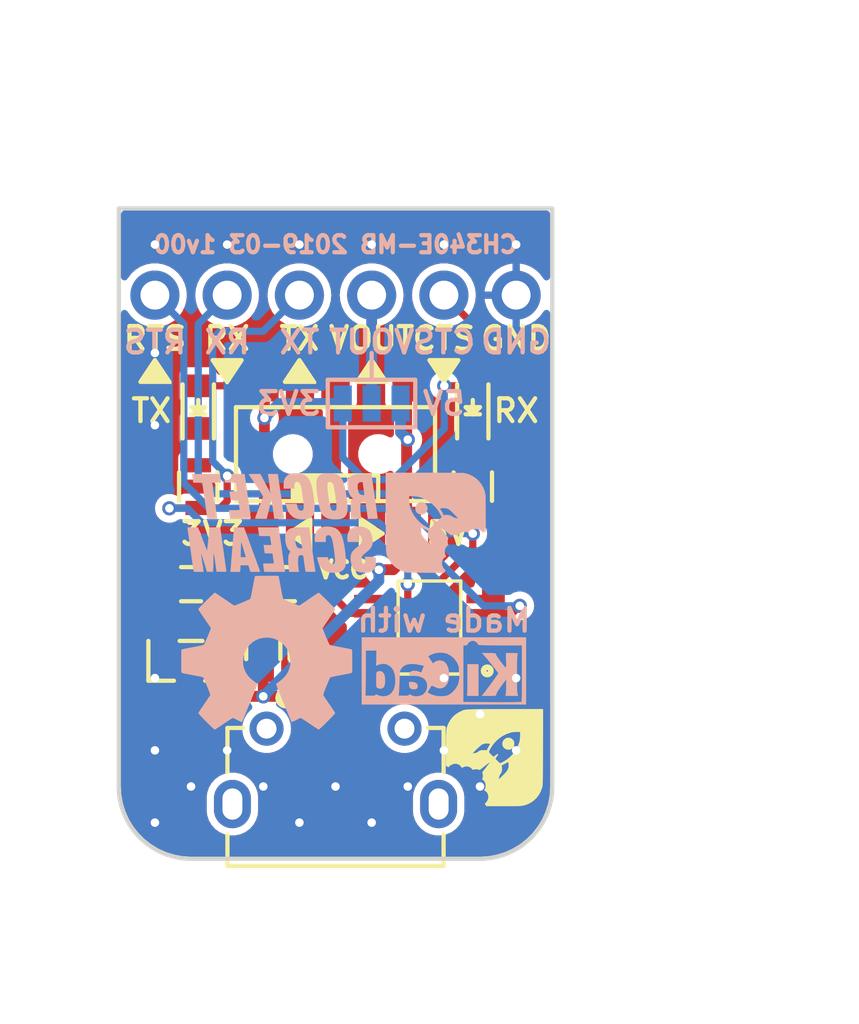
<source format=kicad_pcb>
(kicad_pcb (version 20221018) (generator pcbnew)
  (layers (0 "F.Cu" signal) (31 "B.Cu" signal) (34 "B.Paste" user) (35 "F.Paste" user) (36 "B.SilkS" user "B.Silkscreen") (37 "F.SilkS" user "F.Silkscreen") (38 "B.Mask" user) (39 "F.Mask" user) (44 "Edge.Cuts" user))
  (net 0 "")
  (net 1 "GND")
  (net 2 "3V3")
  (net 3 "5V")
  (net 4 "Net-(J3-Pad3)")
  (net 5 "Net-(D1-Pad1)")
  (net 6 "Net-(D2-Pad1)")
  (net 7 "Net-(J3-Pad2)")
  (net 8 "Net-(J3-Pad1)")
  (net 9 "Net-(J3-Pad5)")
  (net 10 "3V3OUT")
  (net 11 "Net-(J1-Pad3)")
  (net 12 "Net-(J1-Pad2)")
  (net 13 "VCC")
  (net 14 "Net-(U2-Pad6)")
  (net 15 "Net-(J1-Pad9)")
  (net 16 "Net-(J1-Pad8)")
  (net 17 "Net-(J1-Pad7)")
  (net 18 "Net-(J1-Pad6)")
  (net 19 "Net-(J1-Pad4)")
  (net 20 "VOUT")
  (footprint "RocketScreamKiCadLib:SOT-23" (layer "F.Cu") (at 134.62 112.522 180)
    (fp_text reference "U1" hide)
    (fp_text value "MCP1700T-3302E-TT")
    (pad "1" smd rect (at -0.95 1.15 180) (size 0.65 1.05) (layers "F.Cu" "F.Paste" "F.Mask") (net 1 "GND"))
    (pad "2" smd rect (at 0.95 1.15 180) (size 0.65 1.05) (layers "F.Cu" "F.Paste" "F.Mask") (net 2 "3V3"))
    (pad "3" smd rect (at 0 -1.15 180) (size 0.65 1.05) (layers "F.Cu" "F.Paste" "F.Mask") (net 3 "5V"))
  )
  (footprint "RocketScreamKiCadLib:R_0603" (layer "F.Cu") (at 134.874 106.299 -90)
    (fp_text reference "R1" hide)
    (fp_text value "2K2")
    (pad "1" smd rect (at -0.75 0 270) (size 0.5 0.9) (layers "F.Cu" "F.Paste" "F.Mask") (net 5 "Net-(D1-Pad1)"))
    (pad "2" smd rect (at 0.75 0 270) (size 0.5 0.9) (layers "F.Cu" "F.Paste" "F.Mask") (net 4 "Net-(J3-Pad3)"))
  )
  (footprint "RocketScreamKiCadLib:R_0603" (layer "F.Cu") (at 144.526 106.299 -90)
    (fp_text reference "R2" hide)
    (fp_text value "2K2")
    (pad "1" smd rect (at -0.75 0 270) (size 0.5 0.9) (layers "F.Cu" "F.Paste" "F.Mask") (net 6 "Net-(D2-Pad1)"))
    (pad "2" smd rect (at 0.75 0 270) (size 0.5 0.9) (layers "F.Cu" "F.Paste" "F.Mask") (net 7 "Net-(J3-Pad2)"))
  )
  (footprint "RocketScreamKiCadLib:RCP_1x6_Pitch2.54mm_RightAngle" (layer "F.Cu") (at 139.7 99.568)
    (fp_text reference "J3" hide)
    (fp_text value "CONN-HDR-1x6")
    (pad "1" thru_hole oval (at -6.35 0) (size 1.7272 1.7272) (drill 1.016) (layers "*.Cu" "*.Mask") (net 8 "Net-(J3-Pad1)"))
    (pad "2" thru_hole oval (at -3.81 0) (size 1.7272 1.7272) (drill 1.016) (layers "*.Cu" "*.Mask") (net 7 "Net-(J3-Pad2)"))
    (pad "3" thru_hole oval (at -1.27 0) (size 1.7272 1.7272) (drill 1.016) (layers "*.Cu" "*.Mask") (net 4 "Net-(J3-Pad3)"))
    (pad "4" thru_hole oval (at 1.27 0) (size 1.7272 1.7272) (drill 1.016) (layers "*.Cu" "*.Mask") (net 20 "VOUT"))
    (pad "5" thru_hole oval (at 3.81 0) (size 1.7272 1.7272) (drill 1.016) (layers "*.Cu" "*.Mask") (net 9 "Net-(J3-Pad5)"))
    (pad "6" thru_hole oval (at 6.35 0) (size 1.7272 1.7272) (drill 1.016) (layers "*.Cu" "*.Mask") (net 1 "GND"))
  )
  (footprint "RocketScreamKiCadLib:MSOP-10" (layer "F.Cu") (at 143.002 111.252 90)
    (fp_text reference "U2" hide)
    (fp_text value "CH340E")
    (pad "1" smd rect (at -1 1.975 90) (size 0.3 1.35) (layers "F.Cu" "F.Paste" "F.Mask") (net 11 "Net-(J1-Pad3)"))
    (pad "2" smd rect (at -0.5 1.975 90) (size 0.3 1.35) (layers "F.Cu" "F.Paste" "F.Mask") (net 12 "Net-(J1-Pad2)"))
    (pad "3" smd rect (at 0 1.975 90) (size 0.3 1.35) (layers "F.Cu" "F.Paste" "F.Mask") (net 1 "GND"))
    (pad "4" smd rect (at 0.5 1.975 90) (size 0.3 1.35) (layers "F.Cu" "F.Paste" "F.Mask") (net 8 "Net-(J3-Pad1)"))
    (pad "5" smd rect (at 1 1.975 90) (size 0.3 1.35) (layers "F.Cu" "F.Paste" "F.Mask") (net 9 "Net-(J3-Pad5)"))
    (pad "6" smd rect (at 1 -1.975 90) (size 0.3 1.35) (layers "F.Cu" "F.Paste" "F.Mask") (net 14 "Net-(U2-Pad6)"))
    (pad "7" smd rect (at 0.5 -1.975 90) (size 0.3 1.35) (layers "F.Cu" "F.Paste" "F.Mask") (net 13 "VCC"))
    (pad "8" smd rect (at 0 -1.975 90) (size 0.3 1.35) (layers "F.Cu" "F.Paste" "F.Mask") (net 4 "Net-(J3-Pad3)"))
    (pad "9" smd rect (at -0.5 -1.975 90) (size 0.3 1.35) (layers "F.Cu" "F.Paste" "F.Mask") (net 7 "Net-(J3-Pad2)"))
    (pad "10" smd rect (at -1 -1.975 90) (size 0.3 1.35) (layers "F.Cu" "F.Paste" "F.Mask") (net 10 "3V3OUT"))
  )
  (footprint "RocketScreamKiCadLib:MICRO-USB" (layer "F.Cu") (at 139.7 116.332)
    (fp_text reference "J1" hide)
    (fp_text value "MICRO-USB")
    (pad "1" smd rect (at -1.3 -1.45) (size 0.4 1.35) (layers "F.Cu" "F.Paste" "F.Mask") (net 3 "5V"))
    (pad "2" smd rect (at -0.650001 -1.45) (size 0.4 1.35) (layers "F.Cu" "F.Paste" "F.Mask") (net 12 "Net-(J1-Pad2)"))
    (pad "3" smd rect (at 0 -1.45) (size 0.4 1.35) (layers "F.Cu" "F.Paste" "F.Mask") (net 11 "Net-(J1-Pad3)"))
    (pad "4" smd rect (at 0.650001 -1.45) (size 0.4 1.35) (layers "F.Cu" "F.Paste" "F.Mask") (net 19 "Net-(J1-Pad4)"))
    (pad "5" smd rect (at 1.3 -1.45) (size 0.4 1.35) (layers "F.Cu" "F.Paste" "F.Mask") (net 1 "GND"))
    (pad "6" thru_hole circle (at -2.425 -1.525) (size 1.2 1.2) (drill 0.7) (layers "*.Cu" "*.Mask" "F.Paste") (net 18 "Net-(J1-Pad6)"))
    (pad "7" thru_hole circle (at 2.425 -1.525) (size 1.2 1.2) (drill 0.7) (layers "*.Cu" "*.Mask" "F.Paste") (net 17 "Net-(J1-Pad7)"))
    (pad "8" thru_hole oval (at -3.625 1.125) (size 1.3 1.7) (drill oval 0.7 1.1) (layers "*.Cu" "*.Mask" "F.Paste") (net 16 "Net-(J1-Pad8)"))
    (pad "9" thru_hole oval (at 3.625 1.125) (size 1.3 1.7) (drill oval 0.7 1.1) (layers "*.Cu" "*.Mask" "F.Paste") (net 15 "Net-(J1-Pad9)"))
  )
  (footprint "RocketScreamKiCadLib:LED_0603" (layer "F.Cu") (at 134.874 103.505 90)
    (fp_text reference "D1" hide)
    (fp_text value "Green")
    (pad "1" smd rect (at -0.7493 0 270) (size 0.79756 0.79756) (layers "F.Cu" "F.Paste" "F.Mask") (net 5 "Net-(D1-Pad1)"))
    (pad "2" smd rect (at 0.7493 0 270) (size 0.79756 0.79756) (layers "F.Cu" "F.Paste" "F.Mask") (net 2 "3V3"))
  )
  (footprint "RocketScreamKiCadLib:LED_0603" (layer "F.Cu") (at 144.526 103.505 90)
    (fp_text reference "D2" hide)
    (fp_text value "Red")
    (pad "1" smd rect (at -0.7493 0 270) (size 0.79756 0.79756) (layers "F.Cu" "F.Paste" "F.Mask") (net 6 "Net-(D2-Pad1)"))
    (pad "2" smd rect (at 0.7493 0 270) (size 0.79756 0.79756) (layers "F.Cu" "F.Paste" "F.Mask") (net 2 "3V3"))
  )
  (footprint "RocketScreamKiCadLib:IS-1390" (layer "F.Cu") (at 139.7 105.156)
    (fp_text reference "SW1" hide)
    (fp_text value "IS-1390")
    (pad "" np_thru_hole circle (at -1.5 0 90) (size 0.9 0.9) (drill 0.9) (layers "*.Cu" "*.Mask"))
    (pad "" np_thru_hole circle (at 1.5 0 90) (size 0.9 0.9) (drill 0.9) (layers "*.Cu" "*.Mask"))
    (pad "1" smd rect (at -2.5 2.675 90) (size 1.65 1) (layers "F.Cu" "F.Paste" "F.Mask") (net 2 "3V3"))
    (pad "2" smd rect (at 0 2.675 90) (size 1.65 1) (layers "F.Cu" "F.Paste" "F.Mask") (net 13 "VCC"))
    (pad "3" smd rect (at 2.5 2.675 90) (size 1.65 1) (layers "F.Cu" "F.Paste" "F.Mask") (net 3 "5V"))
    (pad "4" smd rect (at 2.5 -2.675 90) (size 1.65 1) (layers "F.Cu" "F.Paste" "F.Mask") (net 3 "5V"))
    (pad "5" smd rect (at 0 -2.675 90) (size 1.65 1) (layers "F.Cu" "F.Paste" "F.Mask") (net 13 "VCC"))
    (pad "6" smd rect (at -2.5 -2.675 90) (size 1.65 1) (layers "F.Cu" "F.Paste" "F.Mask") (net 2 "3V3"))
  )
  (footprint "RocketScreamKiCadLib:C_0603" (layer "F.Cu") (at 137.16 112.014 90)
    (fp_text reference "C1" hide)
    (fp_text value "10uF 16V X5R")
    (pad "1" smd rect (at -0.75 0 90) (size 0.8 0.75) (layers "F.Cu" "F.Paste" "F.Mask") (net 3 "5V"))
    (pad "2" smd rect (at 0.75 0 90) (size 0.8 0.75) (layers "F.Cu" "F.Paste" "F.Mask") (net 1 "GND"))
  )
  (footprint "RocketScreamKiCadLib:C_0603" (layer "F.Cu") (at 134.62 109.728)
    (fp_text reference "C2" hide)
    (fp_text value "10uF 16V X5R")
    (pad "1" smd rect (at -0.75 0) (size 0.8 0.75) (layers "F.Cu" "F.Paste" "F.Mask") (net 2 "3V3"))
    (pad "2" smd rect (at 0.75 0) (size 0.8 0.75) (layers "F.Cu" "F.Paste" "F.Mask") (net 1 "GND"))
  )
  (footprint "RocketScreamKiCadLib:C_0603" (layer "F.Cu") (at 138.684 112.014 90)
    (fp_text reference "C3" hide)
    (fp_text value "100nF")
    (pad "1" smd rect (at -0.75 0 90) (size 0.8 0.75) (layers "F.Cu" "F.Paste" "F.Mask") (net 10 "3V3OUT"))
    (pad "2" smd rect (at 0.75 0 90) (size 0.8 0.75) (layers "F.Cu" "F.Paste" "F.Mask") (net 1 "GND"))
  )
  (footprint "RocketScreamKiCadLib:C_0603" (layer "F.Cu") (at 137.922 109.728 180)
    (fp_text reference "C4" hide)
    (fp_text value "100nF")
    (pad "1" smd rect (at -0.75 0 180) (size 0.8 0.75) (layers "F.Cu" "F.Paste" "F.Mask") (net 13 "VCC"))
    (pad "2" smd rect (at 0.75 0 180) (size 0.8 0.75) (layers "F.Cu" "F.Paste" "F.Mask") (net 1 "GND"))
  )
  (footprint "RocketScreamKiCadLib:LOGO-ROCKET-SCREAM_Without_Text_XXXXSmall" (layer "F.Cu") (at 145.288 115.824)
    (fp_text reference "LOGO3" hide)
    (fp_text value "LOGO-ROCKET-SCREAM-WITHOUT-TEXT" hide)
  )
  (footprint "RocketScreamKiCadLib:JUMPER-2-WAY-SMD" (layer "B.Cu") (at 140.97 103.378 180)
    (fp_text reference "J2" hide)
    (fp_text value "JUMPER-2-WAY")
    (pad "1" smd rect (at -1.016 0 180) (size 0.635 1.27) (layers "B.Cu" "B.Paste" "B.Mask") (net 3 "5V"))
    (pad "2" smd rect (at 0 0 180) (size 0.635 1.27) (layers "B.Cu" "B.Paste" "B.Mask") (net 20 "VOUT"))
    (pad "3" smd rect (at 1.016 0 180) (size 0.635 1.27) (layers "B.Cu" "B.Paste" "B.Mask") (net 2 "3V3"))
  )
  (footprint "RocketScreamKiCadLib:LOGO-OSHW_XSmall" (layer "B.Cu") (at 137.287 112.141 180)
    (fp_text reference "LOGO1" hide)
    (fp_text value "LOGO-OSHW" hide)
  )
  (footprint "RocketScreamKiCadLib:LOGO-ROCKET-SCREAM_Horizontal_XXSmall" (layer "B.Cu") (at 139.7 107.569 180)
    (fp_text reference "LOGO2" hide)
    (fp_text value "LOGO-ROCKET-SCREAM-HORIZONTAL" hide)
  )
  (footprint "RocketScreamKiCadLib:LOGO-KICAD_XXXSmall" (layer "B.Cu") (at 143.51 112.776 180)
    (fp_text reference "LOGO4" hide)
    (fp_text value "LOGO-KICAD" hide)
  )
  (gr_line (start 140.97 102.489) (end 140.97 101.6) (stroke (width 0.15)) (layer "B.SilkS"))
  (gr_poly (pts (xy 138.938 102.616) (xy 137.922 102.616) (xy 138.43 101.854)) (stroke (width 0.15)) (fill solid) (layer "F.SilkS"))
  (gr_poly (pts (xy 133.858 102.616) (xy 132.842 102.616) (xy 133.35 101.854)) (stroke (width 0.15)) (fill solid) (layer "F.SilkS"))
  (gr_poly (pts (xy 143.002 101.854) (xy 144.018 101.854) (xy 143.51 102.616)) (stroke (width 0.15)) (fill solid) (layer "F.SilkS"))
  (gr_poly (pts (xy 141.478 102.616) (xy 140.462 102.616) (xy 140.97 101.854)) (stroke (width 0.15)) (fill solid) (layer "F.SilkS"))
  (gr_poly (pts (xy 138.811 107.442) (xy 138.811 108.458) (xy 138.049 107.95)) (stroke (width 0.15)) (fill solid) (layer "F.SilkS"))
  (gr_poly (pts (xy 140.589 108.458) (xy 140.589 107.442) (xy 141.351 107.95)) (stroke (width 0.15)) (fill solid) (layer "F.SilkS"))
  (gr_poly (pts (xy 135.382 101.854) (xy 136.398 101.854) (xy 135.89 102.616)) (stroke (width 0.15)) (fill solid) (layer "F.SilkS"))
  (gr_arc (start 147.32 116.84) (mid 146.576051 118.636051) (end 144.78 119.38) (stroke (width 0.15)) (layer "Edge.Cuts"))
  (gr_line (start 132.08 96.52) (end 147.32 96.52) (stroke (width 0.15)) (layer "Edge.Cuts"))
  (gr_arc (start 134.62 119.38) (mid 132.823949 118.636051) (end 132.08 116.84) (stroke (width 0.15)) (layer "Edge.Cuts"))
  (gr_line (start 132.08 116.84) (end 132.08 96.52) (stroke (width 0.15)) (layer "Edge.Cuts"))
  (gr_line (start 147.32 96.52) (end 147.32 116.84) (stroke (width 0.15)) (layer "Edge.Cuts"))
  (gr_line (start 144.78 119.38) (end 134.62 119.38) (stroke (width 0.15)) (layer "Edge.Cuts"))
  (gr_text "5V" (at 143.51 103.378) (layer "B.SilkS") (effects (font (size 0.8 0.8)) (justify mirror)))
  (gr_text "VOUT" (at 140.97 101.219) (layer "B.SilkS") (effects (font (size 0.8 0.8)) (justify mirror)))
  (gr_text "CTS" (at 143.51 101.219) (layer "B.SilkS") (effects (font (size 0.8 0.8)) (justify mirror)))
  (gr_text "GND" (at 146.05 101.219) (layer "B.SilkS") (effects (font (size 0.8 0.8)) (justify mirror)))
  (gr_text "TX" (at 138.43 101.219) (layer "B.SilkS") (effects (font (size 0.8 0.8)) (justify mirror)))
  (gr_text "RX" (at 135.89 101.219) (layer "B.SilkS") (effects (font (size 0.8 0.8)) (justify mirror)))
  (gr_text "RTS" (at 133.35 101.219) (layer "B.SilkS") (effects (font (size 0.8 0.8)) (justify mirror)))
  (gr_text "CH340E-MB 2019-03 1v00" (at 139.7 97.79) (layer "B.SilkS") (effects (font (size 0.6 0.6)) (justify mirror)))
  (gr_text "3V3" (at 138.049 103.378) (layer "B.SilkS") (effects (font (size 0.8 0.8)) (justify mirror)))
  (gr_text "Made with" (at 143.51 110.998) (layer "B.SilkS") (effects (font (size 0.8 0.8)) (justify mirror)))
  (gr_text "RX" (at 135.89 101.092) (layer "F.SilkS") (effects (font (size 0.8 0.8))))
  (gr_text "TX" (at 138.43 101.092) (layer "F.SilkS") (effects (font (size 0.8 0.8))))
  (gr_text "VOUT" (at 140.97 101.092) (layer "F.SilkS") (effects (font (size 0.8 0.8))))
  (gr_text "CTS" (at 143.51 101.092) (layer "F.SilkS") (effects (font (size 0.8 0.8))))
  (gr_text "GND" (at 146.05 101.092) (layer "F.SilkS") (effects (font (size 0.8 0.8))))
  (gr_text "VCC" (at 139.954 109.22) (layer "F.SilkS") (effects (font (size 0.6 0.6))))
  (gr_text "3V3" (at 135.382 107.95) (layer "F.SilkS") (effects (font (size 0.8 0.8))))
  (gr_text "5V" (at 143.637 107.95) (layer "F.SilkS") (effects (font (size 0.8 0.8))))
  (gr_text "TX" (at 133.223 103.632) (layer "F.SilkS") (effects (font (size 0.8 0.8))))
  (gr_text "RX" (at 146.05 103.632) (layer "F.SilkS") (effects (font (size 0.8 0.8))))
  (gr_text "RTS" (at 133.35 101.092) (layer "F.SilkS") (effects (font (size 0.8 0.8))))
  (segment (start 137.16 110.49) (end 136.398 110.49) (width 0.254) (layer "F.Cu") (net 1))
  (segment (start 146.177 112.903) (end 146.05 113.03) (width 0.254) (layer "F.Cu") (net 1))
  (segment (start 144.977 111.252) (end 146.177 111.252) (width 0.254) (layer "F.Cu") (net 1))
  (segment (start 146.05 97.79) (end 143.51 97.79) (width 0.254) (layer "F.Cu") (net 1))
  (segment (start 138.43 118.11) (end 137.16 116.84) (width 0.254) (layer "F.Cu") (net 1))
  (segment (start 137.16 110.49) (end 139.192 110.49) (width 0.254) (layer "F.Cu") (net 1))
  (segment (start 139.7 116.84) (end 140.97 118.11) (width 0.254) (layer "F.Cu") (net 1))
  (segment (start 140.97 97.79) (end 138.43 97.79) (width 0.254) (layer "F.Cu") (net 1))
  (segment (start 134.62 116.84) (end 133.35 118.11) (width 0.254) (layer "F.Cu") (net 1))
  (segment (start 144.78 114.3) (end 146.05 115.57) (width 0.254) (layer "F.Cu") (net 1))
  (segment (start 134.62 100.33) (end 133.35 101.6) (width 0.254) (layer "F.Cu") (net 1))
  (segment (start 144.977 111.252) (end 143.256 111.252) (width 0.254) (layer "F.Cu") (net 1))
  (segment (start 146.177 111.252) (end 146.177 112.903) (width 0.254) (layer "F.Cu") (net 1))
  (segment (start 143.51 115.57) (end 142.24 116.84) (width 0.254) (layer "F.Cu") (net 1))
  (segment (start 135.89 97.79) (end 134.62 99.06) (width 0.254) (layer "F.Cu") (net 1))
  (segment (start 135.89 97.79) (end 133.35 97.79) (width 0.254) (layer "F.Cu") (net 1))
  (segment (start 143.51 115.57) (end 143.51 113.03) (width 0.254) (layer "F.Cu") (net 1))
  (segment (start 133.35 115.57) (end 133.35 113.03) (width 0.254) (layer "F.Cu") (net 1))
  (segment (start 137.16 111.264) (end 137.16 110.49) (width 0.254) (layer "F.Cu") (net 1))
  (via (at 144.78 116.84) (size 0.5) (drill 0.3) (layers "F.Cu" "B.Cu") (net 1))
  (via (at 143.51 113.03) (size 0.5) (drill 0.3) (layers "F.Cu" "B.Cu") (net 1))
  (via (at 134.62 116.84) (size 0.5) (drill 0.3) (layers "F.Cu" "B.Cu") (net 1))
  (via (at 133.35 104.14) (size 0.5) (drill 0.3) (layers "F.Cu" "B.Cu") (net 1))
  (via (at 135.89 115.57) (size 0.5) (drill 0.3) (layers "F.Cu" "B.Cu") (net 1))
  (via (at 146.05 97.79) (size 0.5) (drill 0.3) (layers "F.Cu" "B.Cu") (net 1))
  (via (at 143.51 97.79) (size 0.5) (drill 0.3) (layers "F.Cu" "B.Cu") (net 1))
  (via (at 146.05 115.57) (size 0.5) (drill 0.3) (layers "F.Cu" "B.Cu") (net 1))
  (via (at 144.78 114.3) (size 0.5) (drill 0.3) (layers "F.Cu" "B.Cu") (net 1))
  (via (at 133.35 115.57) (size 0.5) (drill 0.3) (layers "F.Cu" "B.Cu") (net 1))
  (via (at 140.97 118.11) (size 0.5) (drill 0.3) (layers "F.Cu" "B.Cu") (net 1))
  (via (at 133.35 113.03) (size 0.5) (drill 0.3) (layers "F.Cu" "B.Cu") (net 1))
  (via (at 140.97 97.79) (size 0.5) (drill 0.3) (layers "F.Cu" "B.Cu") (net 1))
  (via (at 137.16 116.84) (size 0.5) (drill 0.3) (layers "F.Cu" "B.Cu") (net 1))
  (via (at 142.24 116.84) (size 0.5) (drill 0.3) (layers "F.Cu" "B.Cu") (net 1))
  (via (at 146.05 113.03) (size 0.5) (drill 0.3) (layers "F.Cu" "B.Cu") (net 1))
  (via (at 135.89 97.79) (size 0.5) (drill 0.3) (layers "F.Cu" "B.Cu") (net 1))
  (via (at 133.35 97.79) (size 0.5) (drill 0.3) (layers "F.Cu" "B.Cu") (net 1))
  (via (at 138.43 118.11) (size 0.5) (drill 0.3) (layers "F.Cu" "B.Cu") (net 1))
  (via (at 133.35 101.6) (size 0.5) (drill 0.3) (layers "F.Cu" "B.Cu") (net 1))
  (via (at 143.51 115.57) (size 0.5) (drill 0.3) (layers "F.Cu" "B.Cu") (net 1))
  (via (at 133.35 118.11) (size 0.5) (drill 0.3) (layers "F.Cu" "B.Cu") (net 1))
  (via (at 138.43 97.79) (size 0.5) (drill 0.3) (layers "F.Cu" "B.Cu") (net 1))
  (via (at 139.7 116.84) (size 0.5) (drill 0.3) (layers "F.Cu" "B.Cu") (net 1))
  (segment (start 142.24 116.84) (end 139.7 116.84) (width 0.254) (layer "B.Cu") (net 1))
  (segment (start 133.35 118.11) (end 133.35 115.57) (width 0.254) (layer "B.Cu") (net 1))
  (segment (start 139.7 116.84) (end 138.43 118.11) (width 0.254) (layer "B.Cu") (net 1))
  (segment (start 133.35 101.6) (end 133.35 104.14) (width 0.254) (layer "B.Cu") (net 1))
  (segment (start 146.05 99.568) (end 146.05 97.79) (width 0.254) (layer "B.Cu") (net 1))
  (segment (start 137.16 116.84) (end 135.89 115.57) (width 0.254) (layer "B.Cu") (net 1))
  (segment (start 146.05 115.57) (end 143.51 115.57) (width 0.254) (layer "B.Cu") (net 1))
  (segment (start 138.43 97.79) (end 135.89 97.79) (width 0.254) (layer "B.Cu") (net 1))
  (segment (start 146.05 113.03) (end 144.78 114.3) (width 0.254) (layer "B.Cu") (net 1))
  (segment (start 143.51 97.79) (end 140.97 97.79) (width 0.254) (layer "B.Cu") (net 1))
  (segment (start 135.89 115.57) (end 134.62 116.84) (width 0.254) (layer "B.Cu") (net 1))
  (segment (start 146.05 115.57) (end 144.78 116.84) (width 0.254) (layer "B.Cu") (net 1))
  (segment (start 137.0523 102.6287) (end 137.2 102.481) (width 0.254) (layer "F.Cu") (net 2))
  (segment (start 137.2 103.886) (end 137.2 107.831) (width 0.381) (layer "F.Cu") (net 2))
  (segment (start 134.874 102.7557) (end 136.9253 102.7557) (width 0.254) (layer "F.Cu") (net 2))
  (segment (start 133.87 108.446) (end 133.87 109.728) (width 0.381) (layer "F.Cu") (net 2))
  (segment (start 136.9253 102.7557) (end 137.2 102.481) (width 0.254) (layer "F.Cu") (net 2))
  (segment (start 137.2 102.481) (end 137.2 103.886) (width 0.381) (layer "F.Cu") (net 2))
  (segment (start 134.485 107.831) (end 133.87 108.446) (width 0.381) (layer "F.Cu") (net 2))
  (segment (start 144.526 102.7557) (end 143.5227 102.7557) (width 0.254) (layer "F.Cu") (net 2))
  (segment (start 133.87 109.728) (end 133.87 110.29) (width 0.381) (layer "F.Cu") (net 2))
  (segment (start 137.2 107.831) (end 134.485 107.831) (width 0.381) (layer "F.Cu") (net 2))
  (segment (start 133.87 110.29) (end 133.67 110.49) (width 0.381) (layer "F.Cu") (net 2))
  (segment (start 133.67 111.372) (end 133.67 110.49) (width 0.381) (layer "F.Cu") (net 2))
  (via (at 143.5227 102.7557) (size 0.5) (drill 0.3) (layers "F.Cu" "B.Cu") (net 2))
  (via (at 137.2 103.886) (size 0.5) (drill 0.3) (layers "F.Cu" "B.Cu") (net 2))
  (segment (start 141.732 106.045) (end 140.716 106.045) (width 0.254) (layer "B.Cu") (net 2))
  (segment (start 137.708 103.378) (end 139.954 103.378) (width 0.381) (layer "B.Cu") (net 2))
  (segment (start 143.5227 104.2543) (end 141.732 106.045) (width 0.254) (layer "B.Cu") (net 2))
  (segment (start 137.2 103.886) (end 137.708 103.378) (width 0.381) (layer "B.Cu") (net 2))
  (segment (start 139.954 105.283) (end 139.954 103.378) (width 0.254) (layer "B.Cu") (net 2))
  (segment (start 143.5227 102.7557) (end 143.5227 104.2543) (width 0.254) (layer "B.Cu") (net 2))
  (segment (start 140.716 106.045) (end 139.954 105.283) (width 0.254) (layer "B.Cu") (net 2))
  (segment (start 142.2 108.752) (end 141.732 109.22) (width 0.381) (layer "F.Cu") (net 3))
  (segment (start 141.732 109.22) (end 141.224 109.22) (width 0.381) (layer "F.Cu") (net 3))
  (segment (start 137.16 113.284) (end 137.16 113.672) (width 0.381) (layer "F.Cu") (net 3))
  (segment (start 142.2 107.831) (end 142.2 108.752) (width 0.381) (layer "F.Cu") (net 3))
  (segment (start 138.176 113.792) (end 138.4 114.016) (width 0.381) (layer "F.Cu") (net 3))
  (segment (start 138.4 114.016) (end 138.4 114.882) (width 0.381) (layer "F.Cu") (net 3))
  (segment (start 138.056 113.672) (end 138.176 113.792) (width 0.381) (layer "F.Cu") (net 3))
  (segment (start 137.548 113.672) (end 138.056 113.672) (width 0.381) (layer "F.Cu") (net 3))
  (segment (start 137.16 113.672) (end 137.548 113.672) (width 0.381) (layer "F.Cu") (net 3))
  (segment (start 134.62 113.672) (end 137.16 113.672) (width 0.381) (layer "F.Cu") (net 3))
  (segment (start 137.16 112.764) (end 137.16 113.284) (width 0.381) (layer "F.Cu") (net 3))
  (segment (start 142.2 102.481) (end 142.2 107.831) (width 0.381) (layer "F.Cu") (net 3))
  (via (at 141.224 109.22) (size 0.5) (drill 0.3) (layers "F.Cu" "B.Cu") (net 3))
  (via (at 142.24 104.648) (size 0.5) (drill 0.3) (layers "F.Cu" "B.Cu") (net 3))
  (via (at 137.16 113.672) (size 0.5) (drill 0.3) (layers "F.Cu" "B.Cu") (net 3))
  (segment (start 141.986 104.394) (end 142.24 104.648) (width 0.381) (layer "B.Cu") (net 3))
  (segment (start 141.224 109.608) (end 137.16 113.672) (width 0.381) (layer "B.Cu") (net 3))
  (segment (start 141.986 103.378) (end 141.986 104.14) (width 0.381) (layer "B.Cu") (net 3))
  (segment (start 141.224 109.22) (end 141.224 109.608) (width 0.381) (layer "B.Cu") (net 3))
  (segment (start 141.986 104.14) (end 141.986 104.394) (width 0.381) (layer "B.Cu") (net 3))
  (segment (start 141.027 111.252) (end 141.986 111.252) (width 0.254) (layer "F.Cu") (net 4))
  (segment (start 134.874 107.049) (end 133.87 107.049) (width 0.254) (layer "F.Cu") (net 4))
  (segment (start 133.87 107.049) (end 133.858 107.061) (width 0.254) (layer "F.Cu") (net 4))
  (segment (start 142.24 110.998) (end 142.24 109.728) (width 0.254) (layer "F.Cu") (net 4))
  (segment (start 141.986 111.252) (end 142.24 110.998) (width 0.254) (layer "F.Cu") (net 4))
  (segment (start 135.89 106.807) (end 135.89 105.918) (width 0.254) (layer "F.Cu") (net 4))
  (segment (start 134.874 107.049) (end 135.648 107.049) (width 0.254) (layer "F.Cu") (net 4))
  (segment (start 135.648 107.049) (end 135.89 106.807) (width 0.254) (layer "F.Cu") (net 4))
  (via (at 142.24 109.728) (size 0.5) (drill 0.3) (layers "F.Cu" "B.Cu") (net 4))
  (via (at 133.858 107.061) (size 0.5) (drill 0.3) (layers "F.Cu" "B.Cu") (net 4))
  (via (at 135.89 105.918) (size 0.5) (drill 0.3) (layers "F.Cu" "B.Cu") (net 4))
  (segment (start 133.858 107.061) (end 134.493 107.061) (width 0.254) (layer "B.Cu") (net 4))
  (segment (start 135.382 101.092) (end 135.636 100.838) (width 0.254) (layer "B.Cu") (net 4))
  (segment (start 135.636 100.838) (end 137.16 100.838) (width 0.254) (layer "B.Cu") (net 4))
  (segment (start 137.16 100.838) (end 138.43 99.568) (width 0.254) (layer "B.Cu") (net 4))
  (segment (start 135.001 107.569) (end 141.224 107.569) (width 0.254) (layer "B.Cu") (net 4))
  (segment (start 135.89 105.918) (end 135.382 105.41) (width 0.254) (layer "B.Cu") (net 4))
  (segment (start 135.382 105.41) (end 135.382 101.092) (width 0.254) (layer "B.Cu") (net 4))
  (segment (start 134.493 107.061) (end 135.001 107.569) (width 0.254) (layer "B.Cu") (net 4))
  (segment (start 142.24 108.585) (end 142.24 109.728) (width 0.254) (layer "B.Cu") (net 4))
  (segment (start 141.224 107.569) (end 142.24 108.585) (width 0.254) (layer "B.Cu") (net 4))
  (segment (start 134.874 104.1273) (end 134.874 105.422) (width 0.254) (layer "F.Cu") (net 5))
  (segment (start 144.526 104.1273) (end 144.526 105.422) (width 0.254) (layer "F.Cu") (net 6))
  (segment (start 144.526 108.458) (end 142.748 110.236) (width 0.254) (layer "F.Cu") (net 7))
  (segment (start 144.526 107.95) (end 144.526 108.458) (width 0.254) (layer "F.Cu") (net 7))
  (segment (start 142.748 110.236) (end 142.748 111.252) (width 0.254) (layer "F.Cu") (net 7))
  (segment (start 141.027 111.752) (end 142.248 111.752) (width 0.254) (layer "F.Cu") (net 7))
  (segment (start 142.248 111.752) (end 142.494 111.506) (width 0.254) (layer "F.Cu") (net 7))
  (segment (start 144.526 107.049) (end 144.526 107.95) (width 0.254) (layer "F.Cu") (net 7))
  (segment (start 142.748 111.252) (end 142.494 111.506) (width 0.254) (layer "F.Cu") (net 7))
  (via (at 144.526 107.95) (size 0.5) (drill 0.3) (layers "F.Cu" "B.Cu") (net 7))
  (segment (start 141.732 106.553) (end 135.509 106.553) (width 0.254) (layer "B.Cu") (net 7))
  (segment (start 143.129 107.95) (end 141.732 106.553) (width 0.254) (layer "B.Cu") (net 7))
  (segment (start 135.509 106.553) (end 134.874 105.918) (width 0.254) (layer "B.Cu") (net 7))
  (segment (start 134.874 105.918) (end 134.874 100.584) (width 0.254) (layer "B.Cu") (net 7))
  (segment (start 144.526 107.95) (end 143.129 107.95) (width 0.254) (layer "B.Cu") (net 7))
  (segment (start 134.874 100.584) (end 135.89 99.568) (width 0.254) (layer "B.Cu") (net 7))
  (segment (start 144.977 110.752) (end 145.915 110.752) (width 0.254) (layer "F.Cu") (net 8))
  (segment (start 145.915 110.752) (end 146.177 110.49) (width 0.254) (layer "F.Cu") (net 8))
  (via (at 146.177 110.49) (size 0.5) (drill 0.3) (layers "F.Cu" "B.Cu") (net 8))
  (segment (start 134.366 106.172) (end 134.366 100.584) (width 0.254) (layer "B.Cu") (net 8))
  (segment (start 134.366 100.584) (end 133.35 99.568) (width 0.254) (layer "B.Cu") (net 8))
  (segment (start 144.907 110.49) (end 141.478 107.061) (width 0.254) (layer "B.Cu") (net 8))
  (segment (start 135.255 107.061) (end 134.366 106.172) (width 0.254) (layer "B.Cu") (net 8))
  (segment (start 141.478 107.061) (end 135.255 107.061) (width 0.254) (layer "B.Cu") (net 8))
  (segment (start 146.177 110.49) (end 144.907 110.49) (width 0.254) (layer "B.Cu") (net 8))
  (segment (start 144.977 109.785) (end 146.05 108.712) (width 0.254) (layer "F.Cu") (net 9))
  (segment (start 146.05 108.712) (end 146.05 102.108) (width 0.254) (layer "F.Cu") (net 9))
  (segment (start 146.05 102.108) (end 143.51 99.568) (width 0.254) (layer "F.Cu") (net 9))
  (segment (start 144.977 110.252) (end 144.977 109.785) (width 0.254) (layer "F.Cu") (net 9))
  (segment (start 138.684 112.764) (end 139.458 112.764) (width 0.254) (layer "F.Cu") (net 10))
  (segment (start 141.027 112.252) (end 139.97 112.252) (width 0.254) (layer "F.Cu") (net 10))
  (segment (start 141.027 112.252) (end 140.224 112.252) (width 0.254) (layer "F.Cu") (net 10))
  (segment (start 139.97 112.252) (end 139.458 112.764) (width 0.254) (layer "F.Cu") (net 10))
  (segment (start 143.26399 112.26001) (end 144.977 112.26001) (width 0.254) (layer "F.Cu") (net 11))
  (segment (start 140.335 113.411) (end 142.113 113.411) (width 0.254) (layer "F.Cu") (net 11))
  (segment (start 139.7 114.046) (end 140.335 113.411) (width 0.254) (layer "F.Cu") (net 11))
  (segment (start 139.7 114.882) (end 139.7 114.046) (width 0.254) (layer "F.Cu") (net 11))
  (segment (start 142.113 113.411) (end 143.26399 112.26001) (width 0.254) (layer "F.Cu") (net 11))
  (segment (start 143.01 111.752) (end 144.977 111.752) (width 0.254) (layer "F.Cu") (net 12))
  (segment (start 139.049999 114.882) (end 139.049999 113.934001) (width 0.254) (layer "F.Cu") (net 12))
  (segment (start 139.049999 113.934001) (end 140.081 112.903) (width 0.254) (layer "F.Cu") (net 12))
  (segment (start 141.859 112.903) (end 143.01 111.752) (width 0.254) (layer "F.Cu") (net 12))
  (segment (start 140.081 112.903) (end 141.859 112.903) (width 0.254) (layer "F.Cu") (net 12))
  (segment (start 139.7 107.831) (end 139.7 109.474) (width 0.254) (layer "F.Cu") (net 13))
  (segment (start 140.216 110.752) (end 139.7 110.236) (width 0.254) (layer "F.Cu") (net 13))
  (segment (start 139.7 102.481) (end 139.7 107.831) (width 0.381) (layer "F.Cu") (net 13))
  (segment (start 139.446 109.728) (end 138.672 109.728) (width 0.254) (layer "F.Cu") (net 13))
  (segment (start 139.7 109.474) (end 139.446 109.728) (width 0.254) (layer "F.Cu") (net 13))
  (segment (start 141.027 110.752) (end 140.216 110.752) (width 0.254) (layer "F.Cu") (net 13))
  (segment (start 139.7 109.982) (end 139.446 109.728) (width 0.254) (layer "F.Cu") (net 13))
  (segment (start 139.7 110.236) (end 139.7 109.982) (width 0.254) (layer "F.Cu") (net 13))
  (segment (start 140.97 99.568) (end 140.97 103.378) (width 0.381) (layer "B.Cu") (net 20))
  (zone (net 1) (net_name "GND") (layer "F.Cu") (connect_pads (clearance 0.254)) (min_thickness 0.253) (fill yes (thermal_gap 0.254) (thermal_bridge_width 0.254) (smoothing fillet) (radius 0.254))
    (polygon (pts (xy 132.08 96.52) (xy 132.08 119.38) (xy 147.32 119.38) (xy 147.32 96.52)))
  )
  (zone (net 1) (net_name "GND") (layer "B.Cu") (connect_pads (clearance 0.254)) (min_thickness 0.253) (fill yes (thermal_gap 0.254) (thermal_bridge_width 0.254) (smoothing fillet) (radius 0.254))
    (polygon (pts (xy 147.32 96.52) (xy 132.08 96.52) (xy 132.08 119.38) (xy 147.32 119.38)))
  )
)
</source>
